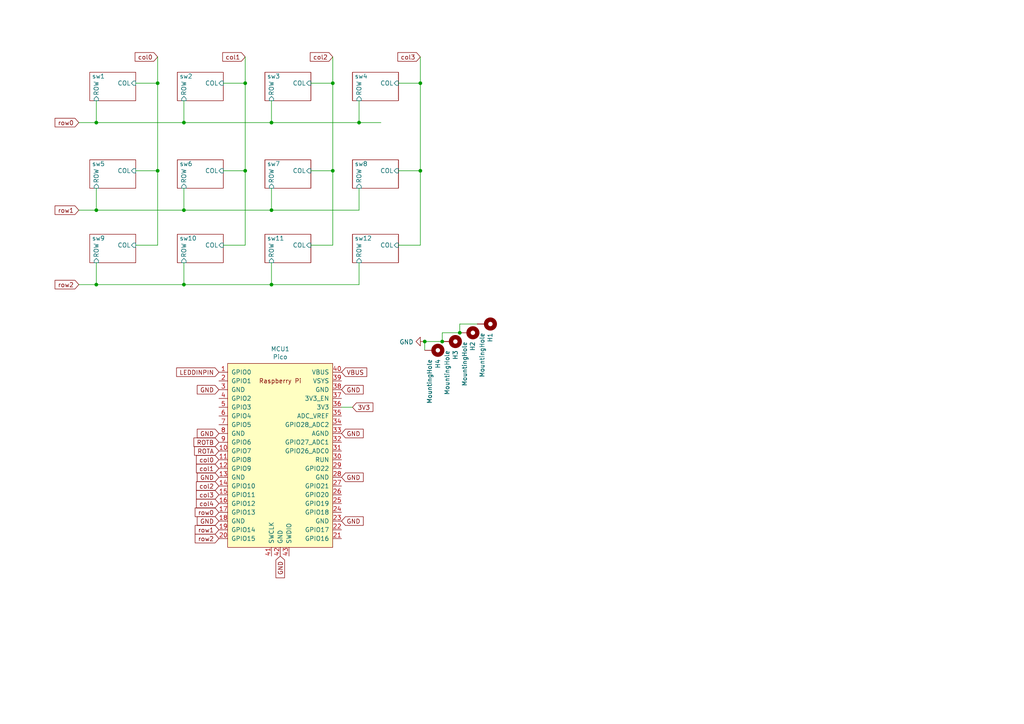
<source format=kicad_sch>
(kicad_sch (version 20231120) (generator "eeschema") (generator_version "8.0")
  (paper "A4")
  (lib_symbols
    (symbol "EnvMCRO-rescue:GND-power" (power) (pin_names (offset 0))
      (property "Value" "power_GND" (at 0 -3.81 0))
      (symbol "GND-power_0_1"
        (polyline (pts (xy 0 0) (xy 0 -1.27) (xy 1.27 -1.27) (xy 0 -2.54) (xy -1.27 -1.27) (xy 0 -1.27)))
      )
      (symbol "GND-power_1_1"
        (pin power_in line (at 0 0 270) (length 0) hide (name "GND") (number "1"))
      )
    )
    (symbol "MCU_RaspberryPi_and_Boards:Pico" (pin_names (offset 1.016))
      (property "Reference" "U" (at -13.97 27.94 0))
      (property "Value" "Pico" (at 0 19.05 0))
      (symbol "Pico_0_0"
        (text "Raspberry Pi" (at 0 21.59 0) (effects (font (size 1.27 1.27))))
      )
      (symbol "Pico_0_1"
        (rectangle (start -15.24 26.67) (end 15.24 -26.67) (fill (type background)))
      )
      (symbol "Pico_1_1"
        (pin bidirectional line (at -17.78 24.13 0) (length 2.54) (name "GPIO0") (number "1"))
        (pin bidirectional line (at -17.78 1.27 0) (length 2.54) (name "GPIO7") (number "10"))
        (pin bidirectional line (at -17.78 -1.27 0) (length 2.54) (name "GPIO8") (number "11"))
        (pin bidirectional line (at -17.78 -3.81 0) (length 2.54) (name "GPIO9") (number "12"))
        (pin power_in line (at -17.78 -6.35 0) (length 2.54) (name "GND") (number "13"))
        (pin bidirectional line (at -17.78 -8.89 0) (length 2.54) (name "GPIO10") (number "14"))
        (pin bidirectional line (at -17.78 -11.43 0) (length 2.54) (name "GPIO11") (number "15"))
        (pin bidirectional line (at -17.78 -13.97 0) (length 2.54) (name "GPIO12") (number "16"))
        (pin bidirectional line (at -17.78 -16.51 0) (length 2.54) (name "GPIO13") (number "17"))
        (pin power_in line (at -17.78 -19.05 0) (length 2.54) (name "GND") (number "18"))
        (pin bidirectional line (at -17.78 -21.59 0) (length 2.54) (name "GPIO14") (number "19"))
        (pin bidirectional line (at -17.78 21.59 0) (length 2.54) (name "GPIO1") (number "2"))
        (pin bidirectional line (at -17.78 -24.13 0) (length 2.54) (name "GPIO15") (number "20"))
        (pin bidirectional line (at 17.78 -24.13 180) (length 2.54) (name "GPIO16") (number "21"))
        (pin bidirectional line (at 17.78 -21.59 180) (length 2.54) (name "GPIO17") (number "22"))
        (pin power_in line (at 17.78 -19.05 180) (length 2.54) (name "GND") (number "23"))
        (pin bidirectional line (at 17.78 -16.51 180) (length 2.54) (name "GPIO18") (number "24"))
        (pin bidirectional line (at 17.78 -13.97 180) (length 2.54) (name "GPIO19") (number "25"))
        (pin bidirectional line (at 17.78 -11.43 180) (length 2.54) (name "GPIO20") (number "26"))
        (pin bidirectional line (at 17.78 -8.89 180) (length 2.54) (name "GPIO21") (number "27"))
        (pin power_in line (at 17.78 -6.35 180) (length 2.54) (name "GND") (number "28"))
        (pin bidirectional line (at 17.78 -3.81 180) (length 2.54) (name "GPIO22") (number "29"))
        (pin power_in line (at -17.78 19.05 0) (length 2.54) (name "GND") (number "3"))
        (pin input line (at 17.78 -1.27 180) (length 2.54) (name "RUN") (number "30"))
        (pin bidirectional line (at 17.78 1.27 180) (length 2.54) (name "GPIO26_ADC0") (number "31"))
        (pin bidirectional line (at 17.78 3.81 180) (length 2.54) (name "GPIO27_ADC1") (number "32"))
        (pin power_in line (at 17.78 6.35 180) (length 2.54) (name "AGND") (number "33"))
        (pin bidirectional line (at 17.78 8.89 180) (length 2.54) (name "GPIO28_ADC2") (number "34"))
        (pin unspecified line (at 17.78 11.43 180) (length 2.54) (name "ADC_VREF") (number "35"))
        (pin unspecified line (at 17.78 13.97 180) (length 2.54) (name "3V3") (number "36"))
        (pin input line (at 17.78 16.51 180) (length 2.54) (name "3V3_EN") (number "37"))
        (pin bidirectional line (at 17.78 19.05 180) (length 2.54) (name "GND") (number "38"))
        (pin unspecified line (at 17.78 21.59 180) (length 2.54) (name "VSYS") (number "39"))
        (pin bidirectional line (at -17.78 16.51 0) (length 2.54) (name "GPIO2") (number "4"))
        (pin unspecified line (at 17.78 24.13 180) (length 2.54) (name "VBUS") (number "40"))
        (pin input line (at -2.54 -29.21 90) (length 2.54) (name "SWCLK") (number "41"))
        (pin power_in line (at 0 -29.21 90) (length 2.54) (name "GND") (number "42"))
        (pin bidirectional line (at 2.54 -29.21 90) (length 2.54) (name "SWDIO") (number "43"))
        (pin bidirectional line (at -17.78 13.97 0) (length 2.54) (name "GPIO3") (number "5"))
        (pin bidirectional line (at -17.78 11.43 0) (length 2.54) (name "GPIO4") (number "6"))
        (pin bidirectional line (at -17.78 8.89 0) (length 2.54) (name "GPIO5") (number "7"))
        (pin power_in line (at -17.78 6.35 0) (length 2.54) (name "GND") (number "8"))
        (pin bidirectional line (at -17.78 3.81 0) (length 2.54) (name "GPIO6") (number "9"))
      )
    )
    (symbol "Mechanical:MountingHole_Pad" (pin_numbers hide) (pin_names (offset 1.016) hide) (exclude_from_sim yes) (in_bom no)
      (property "Reference" "H" (at 0 6.35 0))
      (property "Value" "MountingHole_Pad" (at 0 4.445 0))
      (symbol "MountingHole_Pad_0_1"
        (circle (center 0 1.27) (radius 1.27) (stroke (width 1.27)))
      )
      (symbol "MountingHole_Pad_1_1"
        (pin input line (at 0 -2.54 90) (length 2.54) (name "1") (number "1"))
      )
    )
  )
  (junction (at 78.74 82.55))
  (junction (at 78.74 35.56))
  (junction (at 45.72 24.13))
  (junction (at 53.34 60.96))
  (junction (at 71.12 24.13))
  (junction (at 121.92 24.13))
  (junction (at 27.94 82.55))
  (junction (at 123.19 99.06))
  (junction (at 133.35 96.52))
  (junction (at 27.94 35.56))
  (junction (at 78.74 60.96))
  (junction (at 121.92 49.53))
  (junction (at 96.52 49.53))
  (junction (at 104.14 35.56))
  (junction (at 71.12 49.53))
  (junction (at 53.34 35.56))
  (junction (at 128.27 99.06))
  (junction (at 27.94 60.96))
  (junction (at 53.34 82.55))
  (junction (at 96.52 24.13))
  (junction (at 45.72 49.53))
  (wire (pts (xy 27.94 76.2) (xy 27.94 82.55)))
  (wire (pts (xy 71.12 16.51) (xy 71.12 24.13)))
  (wire (pts (xy 53.34 29.21) (xy 53.34 35.56)))
  (wire (pts (xy 27.94 60.96) (xy 53.34 60.96)))
  (wire (pts (xy 64.77 49.53) (xy 71.12 49.53)))
  (wire (pts (xy 115.57 71.12) (xy 121.92 71.12)))
  (wire (pts (xy 53.34 60.96) (xy 78.74 60.96)))
  (wire (pts (xy 45.72 49.53) (xy 45.72 71.12)))
  (wire (pts (xy 27.94 29.21) (xy 27.94 35.56)))
  (wire (pts (xy 133.35 93.98) (xy 138.43 93.98)))
  (wire (pts (xy 71.12 24.13) (xy 71.12 49.53)))
  (wire (pts (xy 121.92 71.12) (xy 121.92 49.53)))
  (wire (pts (xy 121.92 16.51) (xy 121.92 24.13)))
  (wire (pts (xy 22.86 35.56) (xy 27.94 35.56)))
  (wire (pts (xy 39.37 49.53) (xy 45.72 49.53)))
  (wire (pts (xy 121.92 24.13) (xy 121.92 49.53)))
  (wire (pts (xy 78.74 82.55) (xy 104.14 82.55)))
  (wire (pts (xy 115.57 49.53) (xy 121.92 49.53)))
  (wire (pts (xy 78.74 76.2) (xy 78.74 82.55)))
  (wire (pts (xy 64.77 24.13) (xy 71.12 24.13)))
  (wire (pts (xy 53.34 54.61) (xy 53.34 60.96)))
  (wire (pts (xy 22.86 82.55) (xy 27.94 82.55)))
  (wire (pts (xy 27.94 54.61) (xy 27.94 60.96)))
  (wire (pts (xy 45.72 24.13) (xy 45.72 49.53)))
  (wire (pts (xy 27.94 82.55) (xy 53.34 82.55)))
  (wire (pts (xy 39.37 71.12) (xy 45.72 71.12)))
  (wire (pts (xy 133.35 96.52) (xy 133.35 93.98)))
  (wire (pts (xy 71.12 71.12) (xy 71.12 49.53)))
  (wire (pts (xy 27.94 35.56) (xy 53.34 35.56)))
  (wire (pts (xy 90.17 24.13) (xy 96.52 24.13)))
  (wire (pts (xy 96.52 24.13) (xy 96.52 49.53)))
  (wire (pts (xy 90.17 49.53) (xy 96.52 49.53)))
  (wire (pts (xy 78.74 35.56) (xy 104.14 35.56)))
  (wire (pts (xy 78.74 29.21) (xy 78.74 35.56)))
  (wire (pts (xy 78.74 54.61) (xy 78.74 60.96)))
  (wire (pts (xy 123.19 101.6) (xy 123.19 99.06)))
  (wire (pts (xy 104.14 76.2) (xy 104.14 82.55)))
  (wire (pts (xy 22.86 60.96) (xy 27.94 60.96)))
  (wire (pts (xy 53.34 35.56) (xy 78.74 35.56)))
  (wire (pts (xy 104.14 35.56) (xy 110.49 35.56)))
  (wire (pts (xy 104.14 29.21) (xy 104.14 35.56)))
  (wire (pts (xy 53.34 76.2) (xy 53.34 82.55)))
  (wire (pts (xy 45.72 16.51) (xy 45.72 24.13)))
  (wire (pts (xy 128.27 96.52) (xy 133.35 96.52)))
  (wire (pts (xy 102.235 118.11) (xy 99.06 118.11)))
  (wire (pts (xy 53.34 82.55) (xy 78.74 82.55)))
  (wire (pts (xy 104.14 54.61) (xy 104.14 60.96)))
  (wire (pts (xy 128.27 99.06) (xy 128.27 96.52)))
  (wire (pts (xy 90.17 71.12) (xy 96.52 71.12)))
  (wire (pts (xy 39.37 24.13) (xy 45.72 24.13)))
  (wire (pts (xy 96.52 16.51) (xy 96.52 24.13)))
  (wire (pts (xy 123.19 99.06) (xy 128.27 99.06)))
  (wire (pts (xy 96.52 71.12) (xy 96.52 49.53)))
  (wire (pts (xy 64.77 71.12) (xy 71.12 71.12)))
  (wire (pts (xy 78.74 60.96) (xy 104.14 60.96)))
  (wire (pts (xy 115.57 24.13) (xy 121.92 24.13)))
  (global_label "col1" (shape input) (at 71.12 16.51 180) (property "Intersheetrefs" "${INTERSHEET_REFS}" (effects (hide yes))))
  (global_label "GND" (shape input) (at 63.5 125.73 180) (property "Intersheetrefs" "${INTERSHEET_REFS}" (effects (hide yes))))
  (global_label "GND" (shape input) (at 81.28 161.29 270) (property "Intersheetrefs" "${INTERSHEET_REFS}" (effects (hide yes))))
  (global_label "row2" (shape input) (at 22.86 82.55 180) (property "Intersheetrefs" "${INTERSHEET_REFS}" (effects (hide yes))))
  (global_label "GND" (shape input) (at 99.06 125.73 0) (property "Intersheetrefs" "${INTERSHEET_REFS}" (effects (hide yes))))
  (global_label "GND" (shape input) (at 63.5 151.13 180) (property "Intersheetrefs" "${INTERSHEET_REFS}" (effects (hide yes))))
  (global_label "GND" (shape input) (at 63.5 113.03 180) (property "Intersheetrefs" "${INTERSHEET_REFS}" (effects (hide yes))))
  (global_label "row2" (shape input) (at 63.5 156.21 180) (property "Intersheetrefs" "${INTERSHEET_REFS}" (effects (hide yes))))
  (global_label "col3" (shape input) (at 121.92 16.51 180) (property "Intersheetrefs" "${INTERSHEET_REFS}" (effects (hide yes))))
  (global_label "GND" (shape input) (at 63.5 138.43 180) (property "Intersheetrefs" "${INTERSHEET_REFS}" (effects (hide yes))))
  (global_label "col4" (shape input) (at 63.5 146.05 180) (property "Intersheetrefs" "${INTERSHEET_REFS}" (effects (hide yes))))
  (global_label "col2" (shape input) (at 63.5 140.97 180) (property "Intersheetrefs" "${INTERSHEET_REFS}" (effects (hide yes))))
  (global_label "VBUS" (shape input) (at 99.06 107.95 0) (property "Intersheetrefs" "${INTERSHEET_REFS}" (effects (hide yes))))
  (global_label "row0" (shape input) (at 63.5 148.59 180) (property "Intersheetrefs" "${INTERSHEET_REFS}" (effects (hide yes))))
  (global_label "GND" (shape input) (at 99.06 138.43 0) (property "Intersheetrefs" "${INTERSHEET_REFS}" (effects (hide yes))))
  (global_label "3V3" (shape input) (at 102.235 118.11 0) (property "Intersheetrefs" "${INTERSHEET_REFS}" (effects (hide yes))))
  (global_label "ROTA" (shape input) (at 63.5 130.81 180) (property "Intersheetrefs" "${INTERSHEET_REFS}" (effects (hide yes))))
  (global_label "ROTB" (shape input) (at 63.5 128.27 180) (property "Intersheetrefs" "${INTERSHEET_REFS}" (effects (hide yes))))
  (global_label "col0" (shape input) (at 63.5 133.35 180) (property "Intersheetrefs" "${INTERSHEET_REFS}" (effects (hide yes))))
  (global_label "col2" (shape input) (at 96.52 16.51 180) (property "Intersheetrefs" "${INTERSHEET_REFS}" (effects (hide yes))))
  (global_label "GND" (shape input) (at 99.06 151.13 0) (property "Intersheetrefs" "${INTERSHEET_REFS}" (effects (hide yes))))
  (global_label "col3" (shape input) (at 63.5 143.51 180) (property "Intersheetrefs" "${INTERSHEET_REFS}" (effects (hide yes))))
  (global_label "row1" (shape input) (at 63.5 153.67 180) (property "Intersheetrefs" "${INTERSHEET_REFS}" (effects (hide yes))))
  (global_label "row1" (shape input) (at 22.86 60.96 180) (property "Intersheetrefs" "${INTERSHEET_REFS}" (effects (hide yes))))
  (global_label "LEDDINPIN" (shape input) (at 63.5 107.95 180) (property "Intersheetrefs" "${INTERSHEET_REFS}" (effects (hide yes))))
  (global_label "col1" (shape input) (at 63.5 135.89 180) (property "Intersheetrefs" "${INTERSHEET_REFS}" (effects (hide yes))))
  (global_label "GND" (shape input) (at 99.06 113.03 0) (property "Intersheetrefs" "${INTERSHEET_REFS}" (effects (hide yes))))
  (global_label "col0" (shape input) (at 45.72 16.51 180) (property "Intersheetrefs" "${INTERSHEET_REFS}" (effects (hide yes))))
  (global_label "row0" (shape input) (at 22.86 35.56 180) (property "Intersheetrefs" "${INTERSHEET_REFS}" (effects (hide yes))))
  (symbol (lib_id "MCU_RaspberryPi_and_Boards:Pico") (at 81.28 132.08 0) (unit 1)
    (property "Reference" "MCU1" (at 81.28 101.219 0))
    (property "Value" "Pico" (at 81.28 103.5304 0))
    (property "Footprint" "MCU_RaspberryPi_and_Boards:RPi_Pico_SMD_TH" (effects (hide yes)))
  )
  (symbol (lib_id "Mechanical:MountingHole_Pad") (at 125.73 101.6 270) (unit 1)
    (property "Reference" "H4" (at 127 104.14 0) (effects (justify left)))
    (property "Value" "MountingHole" (at 124.587 104.14 0) (effects (justify left)))
    (property "Footprint" "MountingHole:MountingHole_2.2mm_M2_Pad" (effects (hide yes)))
  )
  (symbol (lib_id "Mechanical:MountingHole_Pad") (at 130.81 99.06 270) (unit 1)
    (property "Reference" "H3" (at 132.08 101.6 0) (effects (justify left)))
    (property "Value" "MountingHole" (at 129.667 101.6 0) (effects (justify left)))
    (property "Footprint" "MountingHole:MountingHole_2.2mm_M2_Pad" (effects (hide yes)))
  )
  (symbol (lib_id "Mechanical:MountingHole_Pad") (at 135.89 96.52 270) (unit 1)
    (property "Reference" "H2" (at 137.0584 99.06 0) (effects (justify left)))
    (property "Value" "MountingHole" (at 134.747 99.06 0) (effects (justify left)))
    (property "Footprint" "MountingHole:MountingHole_2.2mm_M2_Pad" (effects (hide yes)))
  )
  (symbol (lib_id "Mechanical:MountingHole_Pad") (at 140.97 93.98 270) (unit 1)
    (property "Reference" "H1" (at 142.1384 96.52 0) (effects (justify left)))
    (property "Value" "MountingHole" (at 139.827 96.52 0) (effects (justify left)))
    (property "Footprint" "MountingHole:MountingHole_2.2mm_M2_Pad" (effects (hide yes)))
  )
  (symbol (lib_id "EnvMCRO-rescue:GND-power") (at 123.19 99.06 270) (unit 1)
    (property "Reference" "#PWR01" (effects (hide yes)))
    (property "Value" "GND" (at 119.9388 99.187 90) (effects (justify right)))
  )
  (sheet (at 76.835 20.955) (size 13.335 8.255) (stroke (width 0.127))
    (property "Sheetname" "sw3" (at 77.47 22.86 0) (effects (justify left bottom)))
    (property "Sheetfile" "sw1.kicad_sch" (effects (hide yes)))
    (pin "COL" input (at 90.17 24.13 0))
    (pin "ROW" input (at 78.74 29.21 270))
  )
  (sheet (at 26.035 46.355) (size 13.335 8.255) (stroke (width 0.127))
    (property "Sheetname" "sw5" (at 26.67 48.26 0) (effects (justify left bottom)))
    (property "Sheetfile" "sw1.kicad_sch" (effects (hide yes)))
    (pin "COL" input (at 39.37 49.53 0))
    (pin "ROW" input (at 27.94 54.61 270))
  )
  (sheet (at 51.435 67.945) (size 13.335 8.255) (stroke (width 0.127))
    (property "Sheetname" "sw10" (at 52.07 69.85 0) (effects (justify left bottom)))
    (property "Sheetfile" "sw1.kicad_sch" (effects (hide yes)))
    (pin "COL" input (at 64.77 71.12 0))
    (pin "ROW" input (at 53.34 76.2 270))
  )
  (sheet (at 26.035 67.945) (size 13.335 8.255) (stroke (width 0.127))
    (property "Sheetname" "sw9" (at 26.67 69.85 0) (effects (justify left bottom)))
    (property "Sheetfile" "sw1.kicad_sch" (effects (hide yes)))
    (pin "COL" input (at 39.37 71.12 0))
    (pin "ROW" input (at 27.94 76.2 270))
  )
  (sheet (at 76.835 67.945) (size 13.335 8.255) (stroke (width 0.127))
    (property "Sheetname" "sw11" (at 77.47 69.85 0) (effects (justify left bottom)))
    (property "Sheetfile" "sw1.kicad_sch" (effects (hide yes)))
    (pin "COL" input (at 90.17 71.12 0))
    (pin "ROW" input (at 78.74 76.2 270))
  )
  (sheet (at 26.035 20.955) (size 13.335 8.255) (stroke (width 0.127))
    (property "Sheetname" "sw1" (at 26.67 22.86 0) (effects (justify left bottom)))
    (property "Sheetfile" "sw1.kicad_sch" (effects (hide yes)))
    (pin "COL" input (at 39.37 24.13 0))
    (pin "ROW" input (at 27.94 29.21 270))
  )
  (sheet (at 51.435 20.955) (size 13.335 8.255) (stroke (width 0.127))
    (property "Sheetname" "sw2" (at 52.07 22.86 0) (effects (justify left bottom)))
    (property "Sheetfile" "sw1.kicad_sch" (effects (hide yes)))
    (pin "COL" input (at 64.77 24.13 0))
    (pin "ROW" input (at 53.34 29.21 270))
  )
  (sheet (at 51.435 46.355) (size 13.335 8.255) (stroke (width 0.127))
    (property "Sheetname" "sw6" (at 52.07 48.26 0) (effects (justify left bottom)))
    (property "Sheetfile" "sw1.kicad_sch" (effects (hide yes)))
    (pin "COL" input (at 64.77 49.53 0))
    (pin "ROW" input (at 53.34 54.61 270))
  )
  (sheet (at 102.235 20.955) (size 13.335 8.255) (stroke (width 0.127))
    (property "Sheetname" "sw4" (at 102.87 22.86 0) (effects (justify left bottom)))
    (property "Sheetfile" "sw1.kicad_sch" (effects (hide yes)))
    (pin "COL" input (at 115.57 24.13 0))
    (pin "ROW" input (at 104.14 29.21 270))
  )
  (sheet (at 102.235 67.945) (size 13.335 8.255) (stroke (width 0.127))
    (property "Sheetname" "sw12" (at 102.87 69.85 0) (effects (justify left bottom)))
    (property "Sheetfile" "sw1.kicad_sch" (effects (hide yes)))
    (pin "COL" input (at 115.57 71.12 0))
    (pin "ROW" input (at 104.14 76.2 270))
  )
  (sheet (at 102.235 46.355) (size 13.335 8.255) (stroke (width 0.127))
    (property "Sheetname" "sw8" (at 102.87 48.26 0) (effects (justify left bottom)))
    (property "Sheetfile" "sw1.kicad_sch" (effects (hide yes)))
    (pin "COL" input (at 115.57 49.53 0))
    (pin "ROW" input (at 104.14 54.61 270))
  )
  (sheet (at 76.835 46.355) (size 13.335 8.255) (stroke (width 0.127))
    (property "Sheetname" "sw7" (at 77.47 48.26 0) (effects (justify left bottom)))
    (property "Sheetfile" "sw1.kicad_sch" (effects (hide yes)))
    (pin "COL" input (at 90.17 49.53 0))
    (pin "ROW" input (at 78.74 54.61 270))
  )
)
</source>
